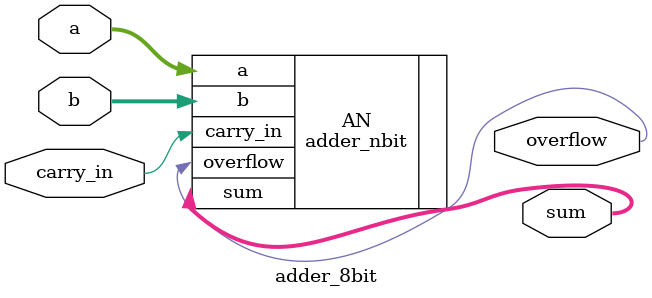
<source format=sv>

module adder_8bit
(
	input wire [7:0] a,
	input wire [7:0] b,
	input wire carry_in,
	output wire [7:0] sum,
	output wire overflow
);

adder_nbit #(8) AN (.a(a), .b(b), .carry_in(carry_in), .sum(sum), .overflow(overflow));

	// STUDENT: Fill in the correct port map with parameter override syntax for using your n-bit ripple carry adder design to be an 8-bit ripple carry adder design
endmodule

</source>
